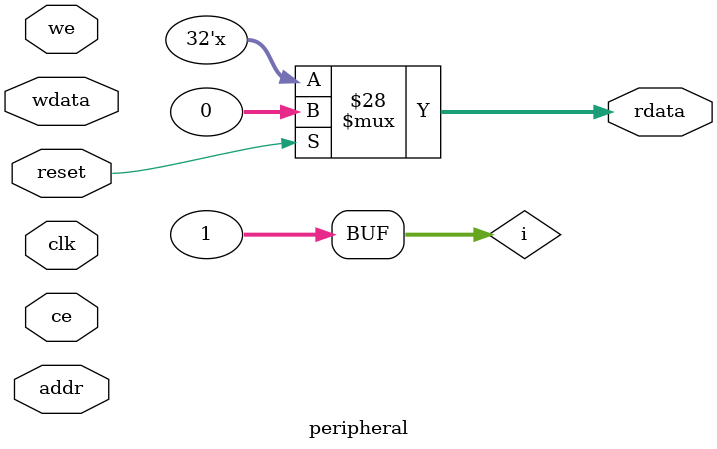
<source format=v>
`timescale 1ns / 1ps

module peripheral(
  input clk, reset,
  input ce,
  input we,
  input [1:0] addr,  //Only 2-bit address needed to decode 4 registers
  input [31:0] wdata,
  output reg [31:0] rdata
);

reg [31:0] acc;  //Accumulator.
reg [31:0] count;  //Counter.
integer i=1;

initial begin
acc=32'b0;count=32'b0;
end

always @*
if (reset==1)
begin
acc<=0;
rdata<=0;
count<=0;
end
else
begin
if(ce==1)
begin
if(we==1)
begin
if(addr==2'b00)
begin
acc<=0;count<=0;
end
if(addr==2'b01)
acc<=acc+wdata;
end
else
begin
if(addr==2'b10)
rdata<=acc;
if(addr==2'b11)
rdata<=count;
end
end
end

endmodule
</source>
